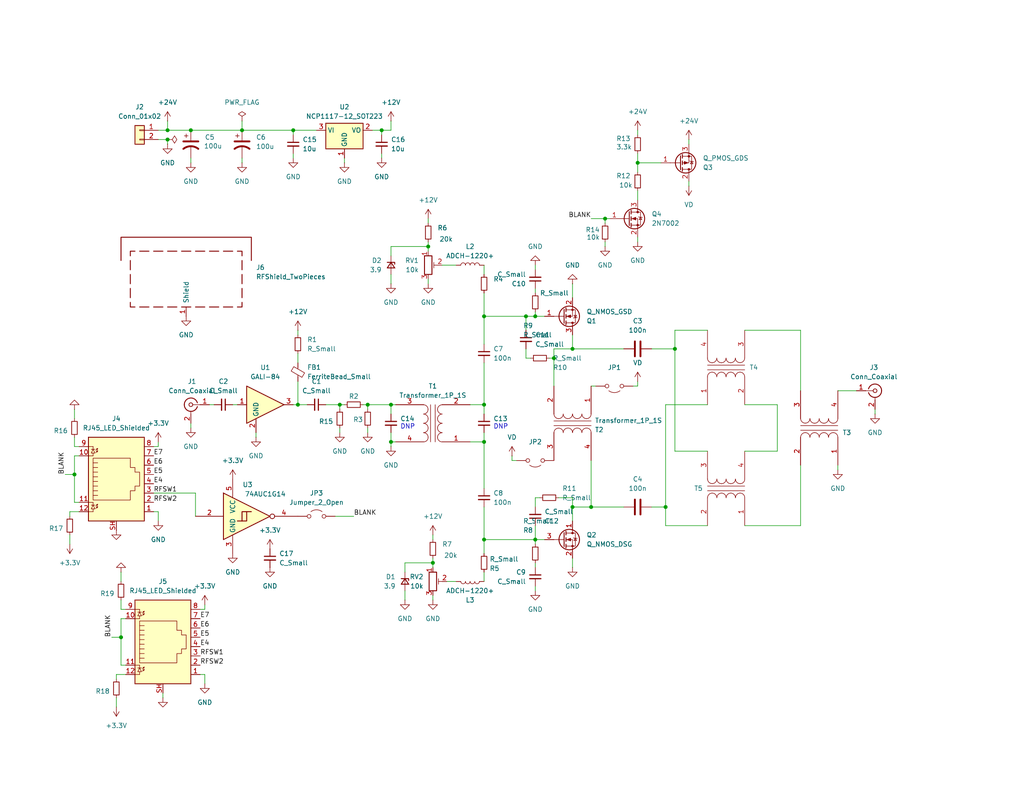
<source format=kicad_sch>
(kicad_sch (version 20250114) (generator "eeschema") (generator_version "9.0")
  (paper "USLetter")
  (title_block (title "96WP Power Amplifier") (date "2024-12-29") (rev "1") (company "MIT MicroNano Group"))
  (text "DNP" (at 111.252 116.586 0) (effects (font (size 1.27 1.27))))
  (text "DNP" (at 136.652 116.586 0) (effects (font (size 1.27 1.27))))
  (junction (at 118.11 153.67))
  (junction (at 100.33 110.49))
  (junction (at 143.51 86.36))
  (junction (at 92.71 110.49))
  (junction (at 81.28 110.49))
  (junction (at 132.08 120.65))
  (junction (at 33.02 173.99))
  (junction (at 151.13 97.79))
  (junction (at 52.07 35.56))
  (junction (at 156.21 95.25))
  (junction (at 173.99 44.45))
  (junction (at 45.72 35.56))
  (junction (at 106.68 120.65))
  (junction (at 66.04 35.56))
  (junction (at 146.05 147.32))
  (junction (at 132.08 147.32))
  (junction (at 132.08 110.49))
  (junction (at 20.32 129.54))
  (junction (at 104.14 35.56))
  (junction (at 161.29 138.43))
  (junction (at 165.1 59.69))
  (junction (at 80.01 35.56))
  (junction (at 146.05 86.36))
  (junction (at 156.21 138.43))
  (junction (at 132.08 86.36))
  (junction (at 184.15 95.25))
  (junction (at 106.68 110.49))
  (junction (at 45.72 38.1))
  (junction (at 181.61 138.43))
  (junction (at 116.84 67.31))
  (wire (pts (xy 193.04 143.51) (xy 181.61 143.51)))
  (wire (pts (xy 132.08 72.39) (xy 132.08 74.93)))
  (wire (pts (xy 20.32 119.38) (xy 20.32 121.92)))
  (wire (pts (xy 139.7 125.73) (xy 140.97 125.73)))
  (wire (pts (xy 173.99 104.14) (xy 173.99 105.41)))
  (wire (pts (xy 106.68 35.56) (xy 104.14 35.56)))
  (wire (pts (xy 152.4 135.89) (xy 156.21 135.89)))
  (wire (pts (xy 146.05 80.01) (xy 146.05 78.74)))
  (wire (pts (xy 55.88 166.37) (xy 54.61 166.37)))
  (wire (pts (xy 19.05 140.97) (xy 19.05 139.7)))
  (wire (pts (xy 228.6 127) (xy 228.6 128.27)))
  (wire (pts (xy 80.01 35.56) (xy 80.01 36.83)))
  (wire (pts (xy 19.05 139.7) (xy 21.59 139.7)))
  (wire (pts (xy 81.28 90.17) (xy 81.28 91.44)))
  (wire (pts (xy 212.09 123.19) (xy 212.09 110.49)))
  (wire (pts (xy 132.08 147.32) (xy 132.08 151.13)))
  (wire (pts (xy 146.05 160.02) (xy 146.05 161.29)))
  (wire (pts (xy 31.75 193.04) (xy 31.75 190.5)))
  (wire (pts (xy 132.08 86.36) (xy 143.51 86.36)))
  (wire (pts (xy 132.08 86.36) (xy 132.08 93.98)))
  (wire (pts (xy 91.44 140.97) (xy 96.52 140.97)))
  (wire (pts (xy 53.34 140.97) (xy 53.34 134.62)))
  (wire (pts (xy 45.72 35.56) (xy 52.07 35.56)))
  (wire (pts (xy 118.11 152.4) (xy 118.11 153.67)))
  (wire (pts (xy 173.99 44.45) (xy 173.99 46.99)))
  (wire (pts (xy 165.1 59.69) (xy 166.37 59.69)))
  (wire (pts (xy 120.65 72.39) (xy 124.46 72.39)))
  (wire (pts (xy 43.18 139.7) (xy 43.18 142.24)))
  (wire (pts (xy 146.05 86.36) (xy 146.05 85.09)))
  (wire (pts (xy 20.32 124.46) (xy 20.32 129.54)))
  (wire (pts (xy 80.01 41.91) (xy 80.01 43.18)))
  (wire (pts (xy 193.04 90.17) (xy 184.15 90.17)))
  (wire (pts (xy 132.08 120.65) (xy 128.27 120.65)))
  (wire (pts (xy 63.5 110.49) (xy 64.77 110.49)))
  (wire (pts (xy 81.28 96.52) (xy 81.28 99.06)))
  (wire (pts (xy 92.71 116.84) (xy 92.71 118.11)))
  (wire (pts (xy 132.08 99.06) (xy 132.08 110.49)))
  (wire (pts (xy 238.76 111.76) (xy 238.76 113.03)))
  (wire (pts (xy 106.68 33.02) (xy 106.68 35.56)))
  (wire (pts (xy 173.99 35.56) (xy 173.99 36.83)))
  (wire (pts (xy 156.21 77.47) (xy 156.21 81.28)))
  (wire (pts (xy 43.18 121.92) (xy 41.91 121.92)))
  (wire (pts (xy 132.08 110.49) (xy 128.27 110.49)))
  (wire (pts (xy 110.49 156.21) (xy 110.49 153.67)))
  (wire (pts (xy 44.45 189.23) (xy 44.45 190.5)))
  (wire (pts (xy 43.18 120.65) (xy 43.18 121.92)))
  (wire (pts (xy 31.75 184.15) (xy 34.29 184.15)))
  (wire (pts (xy 33.02 163.83) (xy 33.02 166.37)))
  (wire (pts (xy 66.04 33.02) (xy 66.04 35.56)))
  (wire (pts (xy 146.05 147.32) (xy 146.05 143.51)))
  (wire (pts (xy 80.01 110.49) (xy 81.28 110.49)))
  (wire (pts (xy 34.29 181.61) (xy 33.02 181.61)))
  (wire (pts (xy 99.06 110.49) (xy 100.33 110.49)))
  (wire (pts (xy 146.05 147.32) (xy 132.08 147.32)))
  (wire (pts (xy 80.01 35.56) (xy 86.36 35.56)))
  (wire (pts (xy 45.72 33.02) (xy 45.72 35.56)))
  (wire (pts (xy 181.61 138.43) (xy 177.8 138.43)))
  (wire (pts (xy 184.15 95.25) (xy 177.8 95.25)))
  (wire (pts (xy 100.33 110.49) (xy 100.33 111.76)))
  (wire (pts (xy 161.29 105.41) (xy 162.56 105.41)))
  (wire (pts (xy 104.14 41.91) (xy 104.14 43.18)))
  (wire (pts (xy 45.72 35.56) (xy 43.18 35.56)))
  (wire (pts (xy 184.15 123.19) (xy 193.04 123.19)))
  (wire (pts (xy 66.04 35.56) (xy 80.01 35.56)))
  (wire (pts (xy 132.08 120.65) (xy 132.08 133.35)))
  (wire (pts (xy 121.92 158.75) (xy 124.46 158.75)))
  (wire (pts (xy 146.05 147.32) (xy 146.05 148.59)))
  (wire (pts (xy 33.02 156.21) (xy 33.02 158.75)))
  (wire (pts (xy 106.68 74.93) (xy 106.68 77.47)))
  (wire (pts (xy 173.99 52.07) (xy 173.99 54.61)))
  (wire (pts (xy 228.6 106.68) (xy 233.68 106.68)))
  (wire (pts (xy 30.48 173.99) (xy 33.02 173.99)))
  (wire (pts (xy 173.99 41.91) (xy 173.99 44.45)))
  (wire (pts (xy 20.32 121.92) (xy 21.59 121.92)))
  (wire (pts (xy 33.02 168.91) (xy 34.29 168.91)))
  (wire (pts (xy 118.11 146.05) (xy 118.11 147.32)))
  (wire (pts (xy 81.28 110.49) (xy 83.82 110.49)))
  (wire (pts (xy 143.51 97.79) (xy 144.78 97.79)))
  (wire (pts (xy 151.13 97.79) (xy 151.13 105.41)))
  (wire (pts (xy 69.85 118.11) (xy 69.85 119.38)))
  (wire (pts (xy 187.96 49.53) (xy 187.96 50.8)))
  (wire (pts (xy 100.33 116.84) (xy 100.33 118.11)))
  (wire (pts (xy 146.05 138.43) (xy 146.05 135.89)))
  (wire (pts (xy 17.78 129.54) (xy 20.32 129.54)))
  (wire (pts (xy 106.68 120.65) (xy 107.95 120.65)))
  (wire (pts (xy 118.11 153.67) (xy 118.11 154.94)))
  (wire (pts (xy 33.02 173.99) (xy 33.02 181.61)))
  (wire (pts (xy 106.68 67.31) (xy 116.84 67.31)))
  (wire (pts (xy 33.02 168.91) (xy 33.02 173.99)))
  (wire (pts (xy 132.08 118.11) (xy 132.08 120.65)))
  (wire (pts (xy 173.99 105.41) (xy 172.72 105.41)))
  (wire (pts (xy 33.02 166.37) (xy 34.29 166.37)))
  (wire (pts (xy 41.91 134.62) (xy 53.34 134.62)))
  (wire (pts (xy 146.05 135.89) (xy 147.32 135.89)))
  (wire (pts (xy 156.21 152.4) (xy 156.21 154.94)))
  (wire (pts (xy 116.84 67.31) (xy 116.84 68.58)))
  (wire (pts (xy 151.13 95.25) (xy 151.13 97.79)))
  (wire (pts (xy 81.28 104.14) (xy 81.28 110.49)))
  (wire (pts (xy 187.96 38.1) (xy 187.96 39.37)))
  (wire (pts (xy 173.99 44.45) (xy 180.34 44.45)))
  (wire (pts (xy 43.18 139.7) (xy 41.91 139.7)))
  (wire (pts (xy 146.05 153.67) (xy 146.05 154.94)))
  (wire (pts (xy 203.2 90.17) (xy 218.44 90.17)))
  (wire (pts (xy 106.68 110.49) (xy 107.95 110.49)))
  (wire (pts (xy 156.21 138.43) (xy 156.21 142.24)))
  (wire (pts (xy 161.29 138.43) (xy 156.21 138.43)))
  (wire (pts (xy 116.84 59.69) (xy 116.84 60.96)))
  (wire (pts (xy 132.08 138.43) (xy 132.08 147.32)))
  (wire (pts (xy 110.49 153.67) (xy 118.11 153.67)))
  (wire (pts (xy 184.15 95.25) (xy 184.15 123.19)))
  (wire (pts (xy 181.61 110.49) (xy 193.04 110.49)))
  (wire (pts (xy 165.1 66.04) (xy 165.1 67.31)))
  (wire (pts (xy 161.29 125.73) (xy 161.29 138.43)))
  (wire (pts (xy 212.09 110.49) (xy 203.2 110.49)))
  (wire (pts (xy 93.98 43.18) (xy 93.98 44.45)))
  (wire (pts (xy 173.99 64.77) (xy 173.99 66.04)))
  (wire (pts (xy 20.32 124.46) (xy 21.59 124.46)))
  (wire (pts (xy 184.15 90.17) (xy 184.15 95.25)))
  (wire (pts (xy 146.05 73.66) (xy 146.05 72.39)))
  (wire (pts (xy 106.68 110.49) (xy 106.68 113.03)))
  (wire (pts (xy 143.51 95.25) (xy 143.51 97.79)))
  (wire (pts (xy 106.68 120.65) (xy 106.68 121.92)))
  (wire (pts (xy 20.32 129.54) (xy 20.32 137.16)))
  (wire (pts (xy 181.61 138.43) (xy 181.61 110.49)))
  (wire (pts (xy 19.05 148.59) (xy 19.05 146.05)))
  (wire (pts (xy 100.33 110.49) (xy 106.68 110.49)))
  (wire (pts (xy 52.07 115.57) (xy 52.07 116.84)))
  (wire (pts (xy 45.72 38.1) (xy 43.18 38.1)))
  (wire (pts (xy 110.49 161.29) (xy 110.49 163.83)))
  (wire (pts (xy 106.68 69.85) (xy 106.68 67.31)))
  (wire (pts (xy 203.2 123.19) (xy 212.09 123.19)))
  (wire (pts (xy 148.59 147.32) (xy 146.05 147.32)))
  (wire (pts (xy 52.07 35.56) (xy 66.04 35.56)))
  (wire (pts (xy 20.32 111.76) (xy 20.32 114.3)))
  (wire (pts (xy 92.71 110.49) (xy 93.98 110.49)))
  (wire (pts (xy 104.14 36.83) (xy 104.14 35.56)))
  (wire (pts (xy 218.44 106.68) (xy 218.44 90.17)))
  (wire (pts (xy 116.84 66.04) (xy 116.84 67.31)))
  (wire (pts (xy 88.9 110.49) (xy 92.71 110.49)))
  (wire (pts (xy 104.14 35.56) (xy 101.6 35.56)))
  (wire (pts (xy 218.44 127) (xy 218.44 143.51)))
  (wire (pts (xy 161.29 59.69) (xy 165.1 59.69)))
  (wire (pts (xy 92.71 110.49) (xy 92.71 111.76)))
  (wire (pts (xy 143.51 86.36) (xy 146.05 86.36)))
  (wire (pts (xy 116.84 76.2) (xy 116.84 77.47)))
  (wire (pts (xy 132.08 110.49) (xy 132.08 113.03)))
  (wire (pts (xy 55.88 165.1) (xy 55.88 166.37)))
  (wire (pts (xy 161.29 138.43) (xy 170.18 138.43)))
  (wire (pts (xy 181.61 143.51) (xy 181.61 138.43)))
  (wire (pts (xy 118.11 162.56) (xy 118.11 163.83)))
  (wire (pts (xy 146.05 86.36) (xy 148.59 86.36)))
  (wire (pts (xy 57.15 110.49) (xy 58.42 110.49)))
  (wire (pts (xy 66.04 43.18) (xy 66.04 44.45)))
  (wire (pts (xy 203.2 143.51) (xy 218.44 143.51)))
  (wire (pts (xy 31.75 185.42) (xy 31.75 184.15)))
  (wire (pts (xy 132.08 156.21) (xy 132.08 158.75)))
  (wire (pts (xy 156.21 95.25) (xy 170.18 95.25)))
  (wire (pts (xy 165.1 59.69) (xy 165.1 60.96)))
  (wire (pts (xy 139.7 124.46) (xy 139.7 125.73)))
  (wire (pts (xy 52.07 43.18) (xy 52.07 44.45)))
  (wire (pts (xy 55.88 184.15) (xy 55.88 186.69)))
  (wire (pts (xy 55.88 184.15) (xy 54.61 184.15)))
  (wire (pts (xy 132.08 80.01) (xy 132.08 86.36)))
  (wire (pts (xy 151.13 95.25) (xy 156.21 95.25)))
  (wire (pts (xy 106.68 118.11) (xy 106.68 120.65)))
  (wire (pts (xy 156.21 95.25) (xy 156.21 91.44)))
  (wire (pts (xy 21.59 137.16) (xy 20.32 137.16)))
  (wire (pts (xy 149.86 97.79) (xy 151.13 97.79)))
  (wire (pts (xy 143.51 86.36) (xy 143.51 90.17)))
  (wire (pts (xy 156.21 135.89) (xy 156.21 138.43)))
  (wire (pts (xy 45.72 39.37) (xy 45.72 38.1)))
  (label "BLANK" (at 161.29 59.69 180))
  (label "E7" (at 54.61 168.91 0))
  (label "E6" (at 54.61 171.45 0))
  (label "E7" (at 41.91 124.46 0))
  (label "E6" (at 41.91 127 0))
  (label "BLANK" (at 30.48 173.99 90))
  (label "RFSW1" (at 54.61 179.07 0))
  (label "E4" (at 41.91 132.08 0))
  (label "BLANK" (at 96.52 140.97 0))
  (label "E5" (at 41.91 129.54 0))
  (label "RFSW1" (at 41.91 134.62 0))
  (label "RFSW2" (at 54.61 181.61 0))
  (label "E5" (at 54.61 173.99 0))
  (label "E4" (at 54.61 176.53 0))
  (label "RFSW2" (at 41.91 137.16 0))
  (label "BLANK" (at 17.78 129.54 90))
  (symbol (lib_id "Connector_Generic:Conn_01x02") (at 38.1 35.56 0) (mirror y) (unit 1)
    (property "Reference" "J2" (at 38.1 29.21 0))
    (property "Value" "Conn_01x02" (at 38.1 31.75 0))
    (property "Footprint" "BioMEMS:Powerpole_1x2" (effects (hide yes)))
    (property "Description" "Generic connector, single row, 01x02, script generated (kicad-library-utils/schlib/autogen/connector/)" (effects (hide yes)))
  )
  (symbol (lib_id "Transistor_FET:2N7002") (at 171.45 59.69 0) (unit 1)
    (property "Reference" "Q4" (at 177.8 58.4199 0) (effects (justify left)))
    (property "Value" "2N7002" (at 177.8 60.9599 0) (effects (justify left)))
    (property "Footprint" "Package_TO_SOT_SMD:SOT-23" (effects (hide yes)))
    (property "Datasheet" "https://www.onsemi.com/pub/Collateral/NDS7002A-D.PDF" (effects (hide yes)))
    (property "Description" "0.115A Id, 60V Vds, N-Channel MOSFET, SOT-23" (effects (hide yes)))
  )
  (symbol (lib_id "Device:R_Small") (at 173.99 49.53 180) (unit 1)
    (property "Reference" "R12" (at 168.148 48.006 0) (effects (justify right)))
    (property "Value" "10k" (at 168.91 50.546 0) (effects (justify right)))
    (property "Footprint" "Resistor_SMD:R_0603_1608Metric" (effects (hide yes)))
    (property "Description" "Resistor, small symbol" (effects (hide yes)))
  )
  (symbol (lib_id "power:GND") (at 118.11 163.83 0) (unit 1)
    (property "Reference" "#PWR020" (effects (hide yes)))
    (property "Value" "GND" (at 118.11 168.91 0))
    (property "Description" "Power symbol creates a global label with name \"GND\" , ground" (effects (hide yes)))
  )
  (symbol (lib_id "power:GND") (at 106.68 121.92 0) (unit 1)
    (property "Reference" "#PWR02" (effects (hide yes)))
    (property "Value" "GND" (at 106.68 127 0))
    (property "Description" "Power symbol creates a global label with name \"GND\" , ground" (effects (hide yes)))
  )
  (symbol (lib_id "power:GND") (at 80.01 43.18 0) (unit 1)
    (property "Reference" "#PWR029" (effects (hide yes)))
    (property "Value" "GND" (at 80.01 48.26 0))
    (property "Description" "Power symbol creates a global label with name \"GND\" , ground" (effects (hide yes)))
  )
  (symbol (lib_id "Device:C_Small") (at 146.05 140.97 0) (mirror x) (unit 1)
    (property "Reference" "C12" (at 148.59 142.2338 0) (effects (justify left)))
    (property "Value" "C_Small" (at 148.59 139.6938 0) (effects (justify left)))
    (property "Footprint" "Capacitor_SMD:C_0603_1608Metric" (effects (hide yes)))
    (property "Description" "Unpolarized capacitor, small symbol" (effects (hide yes)))
  )
  (symbol (lib_id "Device:R_Potentiometer_Trim") (at 118.11 158.75 0) (unit 1)
    (property "Reference" "RV2" (at 115.57 157.4799 0) (effects (justify right)))
    (property "Value" "10k" (at 115.57 160.0199 0) (effects (justify right)))
    (property "Footprint" "Potentiometer_SMD:Potentiometer_Bourns_3269W_Vertical" (effects (hide yes)))
    (property "Description" "Trim-potentiometer" (effects (hide yes)))
  )
  (symbol (lib_id "Device:R_Small") (at 149.86 135.89 270) (mirror x) (unit 1)
    (property "Reference" "R11" (at 153.416 133.35 90) (effects (justify left)))
    (property "Value" "R_Small" (at 153.416 135.89 90) (effects (justify left)))
    (property "Footprint" "Resistor_SMD:R_0603_1608Metric" (effects (hide yes)))
    (property "Description" "Resistor, small symbol" (effects (hide yes)))
  )
  (symbol (lib_id "Device:Transformer_1P_1S") (at 198.12 100.33 90) (unit 1)
    (property "Reference" "T4" (at 204.47 100.3172 90) (effects (justify right)))
    (property "Value" "Transformer_1P_1S" (effects (hide yes)))
    (property "Footprint" "BioMEMS:Transformer_TLT_29x30" (effects (hide yes)))
    (property "Description" "Transformer, single primary, single secondary" (effects (hide yes)))
  )
  (symbol (lib_id "Jumper:Jumper_2_Open") (at 146.05 125.73 0) (mirror x) (unit 1) (exclude_from_sim yes)
    (property "Reference" "JP2" (at 146.05 120.65 0))
    (property "Value" "Jumper_2_Open" (effects (hide yes)))
    (property "Footprint" "Connector_PinHeader_2.54mm:PinHeader_1x02_P2.54mm_Vertical_SMD_Pin1Left" (effects (hide yes)))
    (property "Description" "Jumper, 2-pole, open" (effects (hide yes)))
  )
  (symbol (lib_id "Device:R_Small") (at 100.33 114.3 0) (mirror x) (unit 1)
    (property "Reference" "R3" (at 99.06 114.554 0) (effects (justify right)))
    (property "Value" "R_Small" (effects (hide yes)))
    (property "Footprint" "Resistor_SMD:R_0603_1608Metric" (effects (hide yes)))
    (property "Description" "Resistor, small symbol" (effects (hide yes)))
  )
  (symbol (lib_id "Device:RFShield_TwoPieces") (at 50.8 76.2 0) (unit 1)
    (property "Reference" "J6" (at 69.85 73.0249 0) (effects (justify left)))
    (property "Value" "RFShield_TwoPieces" (at 69.85 75.5649 0) (effects (justify left)))
    (property "Footprint" "RF_Shielding:Wuerth_36103205_20x20mm" (effects (hide yes)))
    (property "Description" "Two-piece EMI RF shielding cabinet" (effects (hide yes)))
  )
  (symbol (lib_id "Device:C_Small") (at 146.05 157.48 0) (mirror y) (unit 1)
    (property "Reference" "C9" (at 143.51 156.2162 0) (effects (justify left)))
    (property "Value" "C_Small" (at 143.51 158.7562 0) (effects (justify left)))
    (property "Footprint" "Capacitor_SMD:C_0603_1608Metric" (effects (hide yes)))
    (property "Description" "Unpolarized capacitor, small symbol" (effects (hide yes)))
  )
  (symbol (lib_id "Device:Q_NMOS_DSG") (at 153.67 147.32 0) (unit 1)
    (property "Reference" "Q2" (at 160.02 146.0499 0) (effects (justify left)))
    (property "Value" "Q_NMOS_DSG" (at 160.02 148.5899 0) (effects (justify left)))
    (property "Footprint" "BioMEMS:TO-220-3_Horizontal_SMD" (effects (hide yes)))
    (property "Description" "N-MOSFET transistor, drain/source/gate" (effects (hide yes)))
  )
  (symbol (lib_id "power:GND") (at 73.66 154.94 0) (unit 1)
    (property "Reference" "#PWR042" (effects (hide yes)))
    (property "Value" "GND" (at 73.66 160.02 0))
    (property "Description" "Power symbol creates a global label with name \"GND\" , ground" (effects (hide yes)))
  )
  (symbol (lib_id "Device:Transformer_1P_1S") (at 156.21 115.57 270) (unit 1)
    (property "Reference" "T2" (at 162.306 117.348 90) (effects (justify left)))
    (property "Value" "Transformer_1P_1S" (at 162.306 114.808 90) (effects (justify left)))
    (property "Footprint" "Transformer_THT:Transformer_Toroid_Horizontal_D18.0mm" (effects (hide yes)))
    (property "Description" "Transformer, single primary, single secondary" (effects (hide yes)))
  )
  (symbol (lib_id "Device:R_Small") (at 96.52 110.49 90) (unit 1)
    (property "Reference" "R2" (at 96.52 108.204 90))
    (property "Value" "R_Small" (effects (hide yes)))
    (property "Footprint" "Resistor_SMD:R_0603_1608Metric" (effects (hide yes)))
    (property "Description" "Resistor, small symbol" (effects (hide yes)))
  )
  (symbol (lib_id "Device:D_Zener_Small") (at 110.49 158.75 270) (unit 1)
    (property "Reference" "D1" (at 107.95 157.4799 90) (effects (justify right)))
    (property "Value" "3.9" (at 107.95 160.0199 90) (effects (justify right)))
    (property "Footprint" "Diode_SMD:D_SOD-123" (effects (hide yes)))
    (property "Description" "Zener diode, small symbol" (effects (hide yes)))
  )
  (symbol (lib_id "Regulator_Linear:NCP1117-12_SOT223") (at 93.98 35.56 0) (unit 1)
    (property "Reference" "U2" (at 93.98 29.21 0))
    (property "Value" "NCP1117-12_SOT223" (at 93.98 31.75 0))
    (property "Footprint" "Package_TO_SOT_SMD:SOT-223-3_TabPin2" (effects (hide yes)))
    (property "Datasheet" "http://www.onsemi.com/pub_link/Collateral/NCP1117-D.PDF" (effects (hide yes)))
    (property "Description" "1A Low drop-out regulator, Fixed Output 12V, SOT-223" (effects (hide yes)))
  )
  (symbol (lib_id "power:GND") (at 66.04 44.45 0) (unit 1)
    (property "Reference" "#PWR016" (effects (hide yes)))
    (property "Value" "GND" (at 66.04 49.53 0))
    (property "Description" "Power symbol creates a global label with name \"GND\" , ground" (effects (hide yes)))
  )
  (symbol (lib_id "power:GND") (at 238.76 113.03 0) (mirror y) (unit 1)
    (property "Reference" "#PWR013" (effects (hide yes)))
    (property "Value" "GND" (at 238.76 118.11 0))
    (property "Description" "Power symbol creates a global label with name \"GND\" , ground" (effects (hide yes)))
  )
  (symbol (lib_id "Device:R_Small") (at 92.71 114.3 0) (mirror x) (unit 1)
    (property "Reference" "R15" (at 90.932 115.062 0) (effects (justify right)))
    (property "Value" "R_Small" (effects (hide yes)))
    (property "Footprint" "Resistor_SMD:R_0603_1608Metric" (effects (hide yes)))
    (property "Description" "Resistor, small symbol" (effects (hide yes)))
  )
  (symbol (lib_id "Device:R_Small") (at 116.84 63.5 180) (unit 1)
    (property "Reference" "R6" (at 119.38 62.2299 0) (effects (justify right)))
    (property "Value" "20k" (at 119.888 65.278 0) (effects (justify right)))
    (property "Footprint" "Resistor_SMD:R_0603_1608Metric" (effects (hide yes)))
    (property "Description" "Resistor, small symbol" (effects (hide yes)))
  )
  (symbol (lib_id "power:+3.3V") (at 73.66 149.86 0) (unit 1)
    (property "Reference" "#PWR043" (effects (hide yes)))
    (property "Value" "+3.3V" (at 73.66 144.78 0))
    (property "Description" "Power symbol creates a global label with name \"+3.3V\"" (effects (hide yes)))
  )
  (symbol (lib_id "Device:R_Small") (at 118.11 149.86 180) (unit 1)
    (property "Reference" "R7" (at 120.65 148.5899 0) (effects (justify right)))
    (property "Value" "20k" (at 121.158 151.638 0) (effects (justify right)))
    (property "Footprint" "Resistor_SMD:R_0603_1608Metric" (effects (hide yes)))
    (property "Description" "Resistor, small symbol" (effects (hide yes)))
  )
  (symbol (lib_id "power:VD") (at 139.7 124.46 0) (unit 1)
    (property "Reference" "#PWR023" (effects (hide yes)))
    (property "Value" "VD" (at 139.7 119.38 0))
    (property "Description" "Power symbol creates a global label with name \"VD\"" (effects (hide yes)))
  )
  (symbol (lib_id "Device:R_Small") (at 81.28 93.98 0) (unit 1)
    (property "Reference" "R1" (at 83.82 92.7099 0) (effects (justify left)))
    (property "Value" "R_Small" (at 83.82 95.2499 0) (effects (justify left)))
    (property "Footprint" "Resistor_SMD:R_0603_1608Metric" (effects (hide yes)))
    (property "Description" "Resistor, small symbol" (effects (hide yes)))
  )
  (symbol (lib_id "power:GND") (at 93.98 44.45 0) (unit 1)
    (property "Reference" "#PWR028" (effects (hide yes)))
    (property "Value" "GND" (at 93.98 49.53 0))
    (property "Description" "Power symbol creates a global label with name \"GND\" , ground" (effects (hide yes)))
  )
  (symbol (lib_id "power:GND") (at 33.02 156.21 180) (unit 1)
    (property "Reference" "#PWR047" (effects (hide yes)))
    (property "Value" "GND" (effects (hide yes)))
    (property "Description" "Power symbol creates a global label with name \"GND\" , ground" (effects (hide yes)))
  )
  (symbol (lib_id "Device:R_Small") (at 173.99 39.37 180) (unit 1)
    (property "Reference" "R13" (at 168.148 37.846 0) (effects (justify right)))
    (property "Value" "3.3k" (at 168.148 40.132 0) (effects (justify right)))
    (property "Footprint" "Resistor_SMD:R_0603_1608Metric" (effects (hide yes)))
    (property "Description" "Resistor, small symbol" (effects (hide yes)))
  )
  (symbol (lib_id "power:GND") (at 100.33 118.11 0) (unit 1)
    (property "Reference" "#PWR01" (effects (hide yes)))
    (property "Value" "GND" (at 100.33 123.19 0))
    (property "Description" "Power symbol creates a global label with name \"GND\" , ground" (effects (hide yes)))
  )
  (symbol (lib_id "power:PWR_FLAG") (at 66.04 33.02 0) (unit 1)
    (property "Reference" "#FLG01" (effects (hide yes)))
    (property "Value" "PWR_FLAG" (at 66.04 27.94 0))
    (property "Description" "Special symbol for telling ERC where power comes from" (effects (hide yes)))
  )
  (symbol (lib_id "power:GND") (at 50.8 86.36 0) (unit 1)
    (property "Reference" "#PWR048" (effects (hide yes)))
    (property "Value" "GND" (at 50.8 91.44 0))
    (property "Description" "Power symbol creates a global label with name \"GND\" , ground" (effects (hide yes)))
  )
  (symbol (lib_id "74xGxx:74AUC1G14") (at 68.58 140.97 0) (unit 1)
    (property "Reference" "U3" (at 67.564 132.334 0))
    (property "Value" "74AUC1G14" (at 72.39 134.874 0))
    (property "Footprint" "Package_TO_SOT_SMD:SOT-23-5" (effects (hide yes)))
    (property "Datasheet" "https://www.ti.com/lit/sg/scyt129e/scyt129e.pdf" (effects (hide yes)))
    (property "Description" "Single Schmitt NOT Gate, Low-Voltage CMOS" (effects (hide yes)))
  )
  (symbol (lib_id "Device:Transformer_1P_1S") (at 223.52 116.84 270) (mirror x) (unit 1)
    (property "Reference" "T3" (at 229.87 118.0974 90) (effects (justify left)))
    (property "Value" "Transformer_1P_1S" (effects (hide yes)))
    (property "Footprint" "BioMEMS:Transformer_TLT_29x30" (effects (hide yes)))
    (property "Description" "Transformer, single primary, single secondary" (effects (hide yes)))
  )
  (symbol (lib_id "Device:C_Small") (at 132.08 135.89 0) (unit 1)
    (property "Reference" "C8" (at 134.62 134.6262 0) (effects (justify left)))
    (property "Value" "100n" (at 134.62 137.1662 0) (effects (justify left)))
    (property "Footprint" "Capacitor_SMD:C_0603_1608Metric" (effects (hide yes)))
    (property "Description" "Unpolarized capacitor, small symbol" (effects (hide yes)))
  )
  (symbol (lib_id "Device:FerriteBead_Small") (at 81.28 101.6 0) (unit 1)
    (property "Reference" "FB1" (at 83.82 100.2918 0) (effects (justify left)))
    (property "Value" "FerriteBead_Small" (at 83.82 102.8318 0) (effects (justify left)))
    (property "Footprint" "Inductor_SMD:L_1206_3216Metric" (effects (hide yes)))
    (property "Description" "Ferrite bead, small symbol" (effects (hide yes)))
  )
  (symbol (lib_id "Device:R_Small") (at 31.75 187.96 0) (mirror x) (unit 1)
    (property "Reference" "R18" (at 29.972 188.722 0) (effects (justify right)))
    (property "Value" "R_Small" (effects (hide yes)))
    (property "Footprint" "Resistor_SMD:R_0603_1608Metric" (effects (hide yes)))
    (property "Description" "Resistor, small symbol" (effects (hide yes)))
  )
  (symbol (lib_id "Device:Q_NMOS_GSD") (at 153.67 86.36 0) (mirror x) (unit 1)
    (property "Reference" "Q1" (at 160.02 87.6301 0) (effects (justify left)))
    (property "Value" "Q_NMOS_GSD" (at 160.02 85.0901 0) (effects (justify left)))
    (property "Footprint" "BioMEMS:TO-220-3_Horizontal_SMD" (effects (hide yes)))
    (property "Description" "N-MOSFET transistor, gate/source/drain" (effects (hide yes)))
  )
  (symbol (lib_id "Device:Transformer_1P_1S") (at 118.11 115.57 180) (unit 1)
    (property "Reference" "T1" (at 118.0973 105.41 0))
    (property "Value" "Transformer_1P_1S" (at 118.0973 107.95 0))
    (property "Footprint" "BioMEMS:Transformer_1P1S_13x13_Binocular" (effects (hide yes)))
    (property "Description" "Transformer, single primary, single secondary" (effects (hide yes)))
  )
  (symbol (lib_id "Device:R_Small") (at 20.32 116.84 0) (mirror x) (unit 1)
    (property "Reference" "R16" (at 18.542 117.602 0) (effects (justify right)))
    (property "Value" "R_Small" (effects (hide yes)))
    (property "Footprint" "Resistor_SMD:R_0603_1608Metric" (effects (hide yes)))
    (property "Description" "Resistor, small symbol" (effects (hide yes)))
  )
  (symbol (lib_id "Device:C_Small") (at 106.68 115.57 0) (unit 1)
    (property "Reference" "C14" (at 109.22 114.3062 0) (effects (justify left)))
    (property "Value" "100n" (effects (hide yes)))
    (property "Footprint" "Capacitor_SMD:C_0603_1608Metric" (effects (hide yes)))
    (property "Description" "Unpolarized capacitor, small symbol" (effects (hide yes)))
  )
  (symbol (lib_id "Device:R_Small") (at 146.05 82.55 180) (unit 1)
    (property "Reference" "R9" (at 142.748 88.9 0) (effects (justify right)))
    (property "Value" "R_Small" (at 142.748 91.44 0) (effects (justify right)))
    (property "Footprint" "Resistor_SMD:R_0603_1608Metric" (effects (hide yes)))
    (property "Description" "Resistor, small symbol" (effects (hide yes)))
  )
  (symbol (lib_id "power:GND") (at 106.68 77.47 0) (unit 1)
    (property "Reference" "#PWR033" (effects (hide yes)))
    (property "Value" "GND" (at 106.68 82.55 0))
    (property "Description" "Power symbol creates a global label with name \"GND\" , ground" (effects (hide yes)))
  )
  (symbol (lib_id "Device:C_Polarized_US") (at 66.04 39.37 0) (unit 1)
    (property "Reference" "C6" (at 69.85 37.4649 0) (effects (justify left)))
    (property "Value" "100u" (at 69.85 40.0049 0) (effects (justify left)))
    (property "Footprint" "Capacitor_SMD:CP_Elec_10x12.5" (effects (hide yes)))
    (property "Description" "Polarized capacitor, US symbol" (effects (hide yes)))
  )
  (symbol (lib_id "Device:R_Small") (at 147.32 97.79 270) (unit 1)
    (property "Reference" "R10" (at 150.876 100.33 90) (effects (justify left)))
    (property "Value" "R_Small" (at 150.876 97.79 90) (effects (justify left)))
    (property "Footprint" "Resistor_SMD:R_0603_1608Metric" (effects (hide yes)))
    (property "Description" "Resistor, small symbol" (effects (hide yes)))
  )
  (symbol (lib_id "Device:R_Potentiometer_Trim") (at 116.84 72.39 0) (unit 1)
    (property "Reference" "RV1" (at 114.3 71.1199 0) (effects (justify right)))
    (property "Value" "10k" (at 114.3 73.6599 0) (effects (justify right)))
    (property "Footprint" "Potentiometer_SMD:Potentiometer_Bourns_3269W_Vertical" (effects (hide yes)))
    (property "Description" "Trim-potentiometer" (effects (hide yes)))
  )
  (symbol (lib_id "Device:Q_PMOS_GDS") (at 185.42 44.45 0) (mirror x) (unit 1)
    (property "Reference" "Q3" (at 191.77 45.7201 0) (effects (justify left)))
    (property "Value" "Q_PMOS_GDS" (at 191.77 43.1801 0) (effects (justify left)))
    (property "Footprint" "Package_TO_SOT_SMD:TO-252-2" (effects (hide yes)))
    (property "Description" "P-MOSFET transistor, gate/drain/source" (effects (hide yes)))
  )
  (symbol (lib_id "power:GND") (at 92.71 118.11 0) (unit 1)
    (property "Reference" "#PWR05" (effects (hide yes)))
    (property "Value" "GND" (at 92.71 123.19 0))
    (property "Description" "Power symbol creates a global label with name \"GND\" , ground" (effects (hide yes)))
  )
  (symbol (lib_id "power:+3.3V") (at 19.05 148.59 180) (unit 1)
    (property "Reference" "#PWR044" (effects (hide yes)))
    (property "Value" "+3.3V" (at 19.05 153.67 0))
    (property "Description" "Power symbol creates a global label with name \"+3.3V\"" (effects (hide yes)))
  )
  (symbol (lib_id "power:GND") (at 165.1 67.31 0) (unit 1)
    (property "Reference" "#PWR027" (effects (hide yes)))
    (property "Value" "GND" (at 165.1 72.39 0))
    (property "Description" "Power symbol creates a global label with name \"GND\" , ground" (effects (hide yes)))
  )
  (symbol (lib_id "Device:R_Small") (at 132.08 77.47 180) (unit 1)
    (property "Reference" "R4" (at 134.62 76.1999 0) (effects (justify right)))
    (property "Value" "R_Small" (at 147.32 80.0099 0) (effects (justify right)))
    (property "Footprint" "Resistor_SMD:R_0603_1608Metric" (effects (hide yes)))
    (property "Description" "Resistor, small symbol" (effects (hide yes)))
  )
  (symbol (lib_id "Device:C_Small") (at 132.08 115.57 0) (unit 1)
    (property "Reference" "C13" (at 134.62 114.3062 0) (effects (justify left)))
    (property "Value" "100n" (effects (hide yes)))
    (property "Footprint" "Capacitor_SMD:C_0603_1608Metric" (effects (hide yes)))
    (property "Description" "Unpolarized capacitor, small symbol" (effects (hide yes)))
  )
  (symbol (lib_id "power:+3.3V") (at 55.88 165.1 0) (unit 1)
    (property "Reference" "#PWR040" (effects (hide yes)))
    (property "Value" "+3.3V" (at 55.88 160.02 0))
    (property "Description" "Power symbol creates a global label with name \"+3.3V\"" (effects (hide yes)))
  )
  (symbol (lib_id "Device:C_Polarized_US") (at 52.07 39.37 0) (unit 1)
    (property "Reference" "C5" (at 55.88 37.4649 0) (effects (justify left)))
    (property "Value" "100u" (at 55.626 39.878 0) (effects (justify left)))
    (property "Footprint" "Capacitor_SMD:CP_Elec_10x12.5" (effects (hide yes)))
    (property "Description" "Polarized capacitor, US symbol" (effects (hide yes)))
  )
  (symbol (lib_id "BioMEMS:ADCH-1220+") (at 128.27 72.39 90) (unit 1)
    (property "Reference" "L2" (at 128.27 67.31 90))
    (property "Value" "ADCH-1220+" (at 128.27 69.85 90))
    (property "Footprint" "RF_Mini-Circuits:Mini-Circuits_CD637_H5.23mm" (effects (hide yes)))
    (property "Datasheet" "https://www.minicircuits.com/pdfs/ADCH-1220+.pdf" (effects (hide yes)))
    (property "Description" "Very high DC current RF Choke 50Ω 5 to 1220 MHz" (effects (hide yes)))
  )
  (symbol (lib_id "power:GND") (at 43.18 142.24 0) (unit 1)
    (property "Reference" "#PWR036" (effects (hide yes)))
    (property "Value" "GND" (at 43.18 147.32 0))
    (property "Description" "Power symbol creates a global label with name \"GND\" , ground" (effects (hide yes)))
  )
  (symbol (lib_id "power:+3.3V") (at 63.5 130.81 0) (unit 1)
    (property "Reference" "#PWR041" (effects (hide yes)))
    (property "Value" "+3.3V" (at 63.5 125.73 0))
    (property "Description" "Power symbol creates a global label with name \"+3.3V\"" (effects (hide yes)))
  )
  (symbol (lib_id "Device:C_Small") (at 73.66 152.4 0) (unit 1)
    (property "Reference" "C17" (at 76.2 151.1362 0) (effects (justify left)))
    (property "Value" "C_Small" (at 76.2 153.6762 0) (effects (justify left)))
    (property "Footprint" "Capacitor_SMD:C_0603_1608Metric" (effects (hide yes)))
    (property "Description" "Unpolarized capacitor, small symbol" (effects (hide yes)))
  )
  (symbol (lib_id "power:+12V") (at 116.84 59.69 0) (unit 1)
    (property "Reference" "#PWR032" (effects (hide yes)))
    (property "Value" "+12V" (at 116.84 54.61 0))
    (property "Description" "Power symbol creates a global label with name \"+12V\"" (effects (hide yes)))
  )
  (symbol (lib_id "Device:C_Small") (at 104.14 39.37 0) (unit 1)
    (property "Reference" "C16" (at 106.68 38.1062 0) (effects (justify left)))
    (property "Value" "10u" (at 106.68 40.6462 0) (effects (justify left)))
    (property "Footprint" "Capacitor_SMD:C_1206_3216Metric" (effects (hide yes)))
    (property "Description" "Unpolarized capacitor, small symbol" (effects (hide yes)))
  )
  (symbol (lib_id "Device:R_Small") (at 33.02 161.29 0) (mirror x) (unit 1)
    (property "Reference" "R19" (at 31.242 162.052 0) (effects (justify right)))
    (property "Value" "R_Small" (effects (hide yes)))
    (property "Footprint" "Resistor_SMD:R_0603_1608Metric" (effects (hide yes)))
    (property "Description" "Resistor, small symbol" (effects (hide yes)))
  )
  (symbol (lib_id "power:GND") (at 173.99 66.04 0) (unit 1)
    (property "Reference" "#PWR026" (effects (hide yes)))
    (property "Value" "GND" (at 173.99 71.12 0))
    (property "Description" "Power symbol creates a global label with name \"GND\" , ground" (effects (hide yes)))
  )
  (symbol (lib_id "power:GND") (at 156.21 154.94 0) (unit 1)
    (property "Reference" "#PWR06" (effects (hide yes)))
    (property "Value" "GND" (at 156.21 160.02 0))
    (property "Description" "Power symbol creates a global label with name \"GND\" , ground" (effects (hide yes)))
  )
  (symbol (lib_id "power:GND") (at 69.85 119.38 0) (unit 1)
    (property "Reference" "#PWR03" (effects (hide yes)))
    (property "Value" "GND" (at 69.85 124.46 0))
    (property "Description" "Power symbol creates a global label with name \"GND\" , ground" (effects (hide yes)))
  )
  (symbol (lib_id "Device:R_Small") (at 19.05 143.51 0) (mirror x) (unit 1)
    (property "Reference" "R17" (at 17.272 144.272 0) (effects (justify right)))
    (property "Value" "R_Small" (effects (hide yes)))
    (property "Footprint" "Resistor_SMD:R_0603_1608Metric" (effects (hide yes)))
    (property "Description" "Resistor, small symbol" (effects (hide yes)))
  )
  (symbol (lib_id "power:+12V") (at 106.68 33.02 0) (unit 1)
    (property "Reference" "#PWR031" (effects (hide yes)))
    (property "Value" "+12V" (at 106.68 27.94 0))
    (property "Description" "Power symbol creates a global label with name \"+12V\"" (effects (hide yes)))
  )
  (symbol (lib_id "power:+3.3V") (at 43.18 120.65 0) (unit 1)
    (property "Reference" "#PWR039" (effects (hide yes)))
    (property "Value" "+3.3V" (at 43.18 115.57 0))
    (property "Description" "Power symbol creates a global label with name \"+3.3V\"" (effects (hide yes)))
  )
  (symbol (lib_id "Jumper:Jumper_2_Open") (at 167.64 105.41 180) (unit 1) (exclude_from_sim yes)
    (property "Reference" "JP1" (at 167.64 100.33 0))
    (property "Value" "Jumper_2_Open" (effects (hide yes)))
    (property "Footprint" "Connector_PinHeader_2.54mm:PinHeader_1x02_P2.54mm_Vertical_SMD_Pin1Left" (effects (hide yes)))
    (property "Description" "Jumper, 2-pole, open" (effects (hide yes)))
  )
  (symbol (lib_id "power:VD") (at 187.96 50.8 180) (unit 1)
    (property "Reference" "#PWR011" (effects (hide yes)))
    (property "Value" "VD" (at 187.96 55.88 0))
    (property "Description" "Power symbol creates a global label with name \"VD\"" (effects (hide yes)))
  )
  (symbol (lib_id "power:GND") (at 55.88 186.69 0) (unit 1)
    (property "Reference" "#PWR038" (effects (hide yes)))
    (property "Value" "GND" (at 55.88 191.77 0))
    (property "Description" "Power symbol creates a global label with name \"GND\" , ground" (effects (hide yes)))
  )
  (symbol (lib_id "power:+24V") (at 45.72 33.02 0) (unit 1)
    (property "Reference" "#PWR09" (effects (hide yes)))
    (property "Value" "+24V" (at 45.72 27.94 0))
    (property "Description" "Power symbol creates a global label with name \"+24V\"" (effects (hide yes)))
  )
  (symbol (lib_id "Device:C") (at 173.99 95.25 90) (unit 1)
    (property "Reference" "C3" (at 173.99 87.63 90))
    (property "Value" "100n" (at 173.99 90.17 90))
    (property "Footprint" "Capacitor_SMD:C_1812_4532Metric" (effects (hide yes)))
    (property "Description" "Unpolarized capacitor" (effects (hide yes)))
  )
  (symbol (lib_id "power:PWR_FLAG") (at 45.72 38.1 270) (unit 1)
    (property "Reference" "#FLG02" (effects (hide yes)))
    (property "Value" "PWR_FLAG" (effects (hide yes)))
    (property "Description" "Special symbol for telling ERC where power comes from" (effects (hide yes)))
  )
  (symbol (lib_id "power:+12V") (at 118.11 146.05 0) (unit 1)
    (property "Reference" "#PWR018" (effects (hide yes)))
    (property "Value" "+12V" (at 118.11 140.97 0))
    (property "Description" "Power symbol creates a global label with name \"+12V\"" (effects (hide yes)))
  )
  (symbol (lib_id "Device:R_Small") (at 165.1 63.5 180) (unit 1)
    (property "Reference" "R14" (at 159.766 62.738 0) (effects (justify right)))
    (property "Value" "10k" (at 160.02 64.77 0) (effects (justify right)))
    (property "Footprint" "Resistor_SMD:R_0603_1608Metric" (effects (hide yes)))
    (property "Description" "Resistor, small symbol" (effects (hide yes)))
  )
  (symbol (lib_id "Device:C") (at 173.99 138.43 90) (unit 1)
    (property "Reference" "C4" (at 173.99 130.81 90))
    (property "Value" "100n" (at 173.99 133.35 90))
    (property "Footprint" "Capacitor_SMD:C_1812_4532Metric" (effects (hide yes)))
    (property "Description" "Unpolarized capacitor" (effects (hide yes)))
  )
  (symbol (lib_id "Device:R_Small") (at 146.05 151.13 0) (mirror y) (unit 1)
    (property "Reference" "R8" (at 142.748 144.78 0) (effects (justify right)))
    (property "Value" "R_Small" (at 142.748 142.24 0) (effects (justify right)))
    (property "Footprint" "Resistor_SMD:R_0603_1608Metric" (effects (hide yes)))
    (property "Description" "Resistor, small symbol" (effects (hide yes)))
  )
  (symbol (lib_id "power:GND") (at 44.45 190.5 0) (unit 1)
    (property "Reference" "#PWR035" (effects (hide yes)))
    (property "Value" "GND" (effects (hide yes)))
    (property "Description" "Power symbol creates a global label with name \"GND\" , ground" (effects (hide yes)))
  )
  (symbol (lib_id "Device:C_Small") (at 143.51 92.71 0) (unit 1)
    (property "Reference" "C11" (at 146.05 91.4462 0) (effects (justify left)))
    (property "Value" "C_Small" (at 146.05 93.9862 0) (effects (justify left)))
    (property "Footprint" "Capacitor_SMD:C_0603_1608Metric" (effects (hide yes)))
    (property "Description" "Unpolarized capacitor, small symbol" (effects (hide yes)))
  )
  (symbol (lib_id "Connector:RJ45_LED_Shielded") (at 31.75 132.08 0) (unit 1)
    (property "Reference" "J4" (at 31.75 114.3 0))
    (property "Value" "RJ45_LED_Shielded" (at 31.75 116.84 0))
    (property "Footprint" "Connector_RJ:RJ45_Amphenol_RJHSE538X" (effects (hide yes)))
    (property "Description" "RJ connector, 8P8C (8 positions 8 connected), two LEDs, Shielded" (effects (hide yes)))
  )
  (symbol (lib_id "Connector:Conn_Coaxial") (at 238.76 106.68 0) (unit 1)
    (property "Reference" "J3" (at 238.4426 100.33 0))
    (property "Value" "Conn_Coaxial" (at 238.4426 102.87 0))
    (property "Footprint" "BioMEMS:538-73171-0780" (effects (hide yes)))
    (property "Description" "coaxial connector (BNC, SMA, SMB, SMC, Cinch/RCA, LEMO, ...)" (effects (hide yes)))
  )
  (symbol (lib_id "Device:C_Small") (at 146.05 76.2 180) (unit 1)
    (property "Reference" "C10" (at 143.51 77.4638 0) (effects (justify left)))
    (property "Value" "C_Small" (at 143.51 74.9238 0) (effects (justify left)))
    (property "Footprint" "Capacitor_SMD:C_0603_1608Metric" (effects (hide yes)))
    (property "Description" "Unpolarized capacitor, small symbol" (effects (hide yes)))
  )
  (symbol (lib_id "power:GND") (at 146.05 72.39 0) (mirror x) (unit 1)
    (property "Reference" "#PWR022" (effects (hide yes)))
    (property "Value" "GND" (at 146.05 67.31 0))
    (property "Description" "Power symbol creates a global label with name \"GND\" , ground" (effects (hide yes)))
  )
  (symbol (lib_id "power:GND") (at 228.6 128.27 0) (mirror y) (unit 1)
    (property "Reference" "#PWR014" (effects (hide yes)))
    (property "Value" "GND" (at 228.6 133.35 0))
    (property "Description" "Power symbol creates a global label with name \"GND\" , ground" (effects (hide yes)))
  )
  (symbol (lib_id "RF_Amplifier:GALI-84") (at 72.39 110.49 0) (unit 1)
    (property "Reference" "U1" (at 72.39 100.33 0))
    (property "Value" "GALI-84" (at 72.39 102.87 0))
    (property "Footprint" "Package_TO_SOT_SMD:SOT-89-3" (effects (hide yes)))
    (property "Datasheet" "https://www.minicircuits.com/pdfs/GALI-84+.pdf" (effects (hide yes)))
    (property "Description" "DC-6000MHz +16.7dB Gain Block, SOT-89" (effects (hide yes)))
  )
  (symbol (lib_id "Device:C_Small") (at 132.08 96.52 0) (unit 1)
    (property "Reference" "C7" (at 134.62 95.2562 0) (effects (justify left)))
    (property "Value" "100n" (at 134.62 97.7962 0) (effects (justify left)))
    (property "Footprint" "Capacitor_SMD:C_0603_1608Metric" (effects (hide yes)))
    (property "Description" "Unpolarized capacitor, small symbol" (effects (hide yes)))
  )
  (symbol (lib_id "Connector:Conn_Coaxial") (at 52.07 110.49 0) (mirror y) (unit 1)
    (property "Reference" "J1" (at 52.3874 104.14 0))
    (property "Value" "Conn_Coaxial" (at 52.3874 106.68 0))
    (property "Footprint" "BioMEMS:SMA_Samtec_SMA-J-P-X-ST-EM1_EdgeMount" (effects (hide yes)))
    (property "Description" "coaxial connector (BNC, SMA, SMB, SMC, Cinch/RCA, LEMO, ...)" (effects (hide yes)))
  )
  (symbol (lib_id "power:GND") (at 20.32 111.76 180) (unit 1)
    (property "Reference" "#PWR045" (effects (hide yes)))
    (property "Value" "GND" (effects (hide yes)))
    (property "Description" "Power symbol creates a global label with name \"GND\" , ground" (effects (hide yes)))
  )
  (symbol (lib_id "power:+3.3V") (at 31.75 193.04 180) (unit 1)
    (property "Reference" "#PWR046" (effects (hide yes)))
    (property "Value" "+3.3V" (at 31.75 198.12 0))
    (property "Description" "Power symbol creates a global label with name \"+3.3V\"" (effects (hide yes)))
  )
  (symbol (lib_id "power:GND") (at 52.07 116.84 0) (unit 1)
    (property "Reference" "#PWR04" (effects (hide yes)))
    (property "Value" "GND" (at 52.07 121.92 0))
    (property "Description" "Power symbol creates a global label with name \"GND\" , ground" (effects (hide yes)))
  )
  (symbol (lib_id "power:+12V") (at 81.28 90.17 0) (unit 1)
    (property "Reference" "#PWR010" (effects (hide yes)))
    (property "Value" "+12V" (at 81.28 85.09 0))
    (property "Description" "Power symbol creates a global label with name \"+12V\"" (effects (hide yes)))
  )
  (symbol (lib_id "power:GND") (at 104.14 43.18 0) (unit 1)
    (property "Reference" "#PWR030" (effects (hide yes)))
    (property "Value" "GND" (at 104.14 48.26 0))
    (property "Description" "Power symbol creates a global label with name \"GND\" , ground" (effects (hide yes)))
  )
  (symbol (lib_id "power:+24V") (at 173.99 35.56 0) (unit 1)
    (property "Reference" "#PWR025" (effects (hide yes)))
    (property "Value" "+24V" (at 173.99 30.48 0))
    (property "Description" "Power symbol creates a global label with name \"+24V\"" (effects (hide yes)))
  )
  (symbol (lib_id "power:GND") (at 146.05 161.29 0) (unit 1)
    (property "Reference" "#PWR021" (effects (hide yes)))
    (property "Value" "GND" (at 146.05 166.37 0))
    (property "Description" "Power symbol creates a global label with name \"GND\" , ground" (effects (hide yes)))
  )
  (symbol (lib_id "Device:R_Small") (at 132.08 153.67 0) (mirror y) (unit 1)
    (property "Reference" "R5" (at 133.604 155.194 0) (effects (justify right)))
    (property "Value" "R_Small" (at 133.604 152.654 0) (effects (justify right)))
    (property "Footprint" "Resistor_SMD:R_0603_1608Metric" (effects (hide yes)))
    (property "Description" "Resistor, small symbol" (effects (hide yes)))
  )
  (symbol (lib_id "power:GND") (at 110.49 163.83 0) (unit 1)
    (property "Reference" "#PWR019" (effects (hide yes)))
    (property "Value" "GND" (at 110.49 168.91 0))
    (property "Description" "Power symbol creates a global label with name \"GND\" , ground" (effects (hide yes)))
  )
  (symbol (lib_id "power:VD") (at 173.99 104.14 0) (unit 1)
    (property "Reference" "#PWR012" (effects (hide yes)))
    (property "Value" "VD" (at 173.99 99.06 0))
    (property "Description" "Power symbol creates a global label with name \"VD\"" (effects (hide yes)))
  )
  (symbol (lib_id "power:GND") (at 31.75 144.78 0) (unit 1)
    (property "Reference" "#PWR034" (effects (hide yes)))
    (property "Value" "GND" (effects (hide yes)))
    (property "Description" "Power symbol creates a global label with name \"GND\" , ground" (effects (hide yes)))
  )
  (symbol (lib_id "power:+24V") (at 187.96 38.1 0) (unit 1)
    (property "Reference" "#PWR024" (effects (hide yes)))
    (property "Value" "+24V" (at 187.96 33.02 0))
    (property "Description" "Power symbol creates a global label with name \"+24V\"" (effects (hide yes)))
  )
  (symbol (lib_id "power:GND") (at 52.07 44.45 0) (unit 1)
    (property "Reference" "#PWR015" (effects (hide yes)))
    (property "Value" "GND" (at 52.07 49.53 0))
    (property "Description" "Power symbol creates a global label with name \"GND\" , ground" (effects (hide yes)))
  )
  (symbol (lib_id "Device:Transformer_1P_1S") (at 198.12 133.35 270) (mirror x) (unit 1)
    (property "Reference" "T5" (at 191.77 133.3372 90) (effects (justify right)))
    (property "Value" "Transformer_1P_1S" (effects (hide yes)))
    (property "Footprint" "BioMEMS:Transformer_TLT_29x30" (effects (hide yes)))
    (property "Description" "Transformer, single primary, single secondary" (effects (hide yes)))
  )
  (symbol (lib_id "power:GND") (at 116.84 77.47 0) (unit 1)
    (property "Reference" "#PWR017" (effects (hide yes)))
    (property "Value" "GND" (at 116.84 82.55 0))
    (property "Description" "Power symbol creates a global label with name \"GND\" , ground" (effects (hide yes)))
  )
  (symbol (lib_id "power:GND") (at 156.21 77.47 180) (unit 1)
    (property "Reference" "#PWR07" (effects (hide yes)))
    (property "Value" "GND" (at 156.21 72.39 0))
    (property "Description" "Power symbol creates a global label with name \"GND\" , ground" (effects (hide yes)))
  )
  (symbol (lib_id "power:GND") (at 63.5 151.13 0) (unit 1)
    (property "Reference" "#PWR037" (effects (hide yes)))
    (property "Value" "GND" (at 63.5 156.21 0))
    (property "Description" "Power symbol creates a global label with name \"GND\" , ground" (effects (hide yes)))
  )
  (symbol (lib_id "power:GND") (at 45.72 39.37 0) (unit 1)
    (property "Reference" "#PWR08" (effects (hide yes)))
    (property "Value" "GND" (at 45.72 44.45 0))
    (property "Description" "Power symbol creates a global label with name \"GND\" , ground" (effects (hide yes)))
  )
  (symbol (lib_id "Device:D_Zener_Small") (at 106.68 72.39 270) (unit 1)
    (property "Reference" "D2" (at 104.14 71.1199 90) (effects (justify right)))
    (property "Value" "3.9" (at 104.14 73.6599 90) (effects (justify right)))
    (property "Footprint" "Diode_SMD:D_SOD-123" (effects (hide yes)))
    (property "Description" "Zener diode, small symbol" (effects (hide yes)))
  )
  (symbol (lib_id "Device:C_Small") (at 60.96 110.49 270) (unit 1)
    (property "Reference" "C2" (at 60.9536 104.14 90))
    (property "Value" "C_Small" (at 60.9536 106.68 90))
    (property "Footprint" "Capacitor_SMD:C_0603_1608Metric" (effects (hide yes)))
    (property "Description" "Unpolarized capacitor, small symbol" (effects (hide yes)))
  )
  (symbol (lib_id "Connector:RJ45_LED_Shielded") (at 44.45 176.53 0) (unit 1)
    (property "Reference" "J5" (at 44.45 158.75 0))
    (property "Value" "RJ45_LED_Shielded" (at 44.45 161.29 0))
    (property "Footprint" "Connector_RJ:RJ45_Amphenol_RJHSE538X" (effects (hide yes)))
    (property "Description" "RJ connector, 8P8C (8 positions 8 connected), two LEDs, Shielded" (effects (hide yes)))
  )
  (symbol (lib_id "BioMEMS:ADCH-1220+") (at 128.27 158.75 90) (mirror x) (unit 1)
    (property "Reference" "L3" (at 128.27 163.83 90))
    (property "Value" "ADCH-1220+" (at 128.27 161.29 90))
    (property "Footprint" "RF_Mini-Circuits:Mini-Circuits_CD637_H5.23mm" (effects (hide yes)))
    (property "Datasheet" "https://www.minicircuits.com/pdfs/ADCH-1220+.pdf" (effects (hide yes)))
    (property "Description" "Very high DC current RF Choke 50Ω 5 to 1220 MHz" (effects (hide yes)))
  )
  (symbol (lib_id "Device:C_Small") (at 80.01 39.37 0) (unit 1)
    (property "Reference" "C15" (at 82.55 38.1062 0) (effects (justify left)))
    (property "Value" "10u" (at 82.55 40.6462 0) (effects (justify left)))
    (property "Footprint" "Capacitor_SMD:C_1206_3216Metric" (effects (hide yes)))
    (property "Description" "Unpolarized capacitor, small symbol" (effects (hide yes)))
  )
  (symbol (lib_id "Jumper:Jumper_2_Open") (at 86.36 140.97 0) (unit 1) (exclude_from_sim yes)
    (property "Reference" "JP3" (at 86.36 134.62 0))
    (property "Value" "Jumper_2_Open" (at 86.36 137.16 0))
    (property "Footprint" "Resistor_SMD:R_0603_1608Metric" (effects (hide yes)))
    (property "Description" "Jumper, 2-pole, open" (effects (hide yes)))
  )
  (symbol (lib_id "Device:C_Small") (at 86.36 110.49 270) (unit 1)
    (property "Reference" "C1" (at 86.3536 104.14 90))
    (property "Value" "C_Small" (at 86.3536 106.68 90))
    (property "Footprint" "Capacitor_SMD:C_0603_1608Metric" (effects (hide yes)))
    (property "Description" "Unpolarized capacitor, small symbol" (effects (hide yes)))
  )
)
</source>
